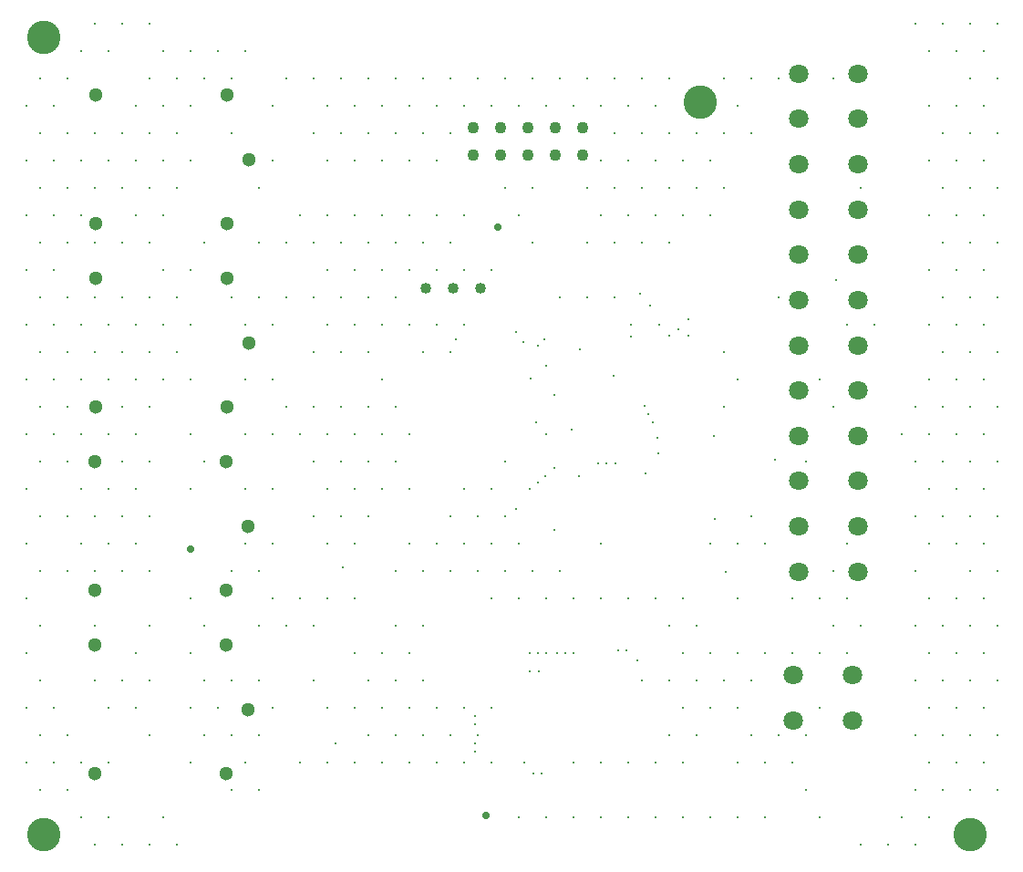
<source format=gbr>
%TF.GenerationSoftware,Altium Limited,Altium Designer,24.9.1 (31)*%
G04 Layer_Color=0*
%FSLAX45Y45*%
%MOMM*%
%TF.SameCoordinates,83ADD26A-4C95-4E02-96E4-27C39B5E4718*%
%TF.FilePolarity,Positive*%
%TF.FileFunction,Plated,1,2,PTH,Drill*%
%TF.Part,Single*%
G01*
G75*
%TA.AperFunction,ComponentDrill*%
%ADD70C,1.09000*%
%ADD71C,1.30000*%
%ADD72C,1.80000*%
%ADD73C,1.02000*%
%TA.AperFunction,ViaDrill,NotFilled*%
%ADD74C,0.30480*%
%ADD75C,0.71120*%
%ADD76C,3.10000*%
D70*
X13808000Y9960000D02*
D03*
X13553999D02*
D03*
X13300000D02*
D03*
X13046001D02*
D03*
X12792000D02*
D03*
X13808000Y10214000D02*
D03*
X13553999D02*
D03*
X13300000D02*
D03*
X13046001D02*
D03*
X12792000D02*
D03*
D71*
X10693298Y6515100D02*
D03*
X10493299Y7115099D02*
D03*
Y5915101D02*
D03*
X9273301D02*
D03*
Y7115099D02*
D03*
X10505999Y10518699D02*
D03*
Y9318701D02*
D03*
X9286001D02*
D03*
X10705998Y9918700D02*
D03*
X9286001Y10518699D02*
D03*
X9273301Y5413299D02*
D03*
Y4213301D02*
D03*
X10493299D02*
D03*
Y5413299D02*
D03*
X10693298Y4813300D02*
D03*
X9286001Y8816899D02*
D03*
Y7616901D02*
D03*
X10505999D02*
D03*
Y8816899D02*
D03*
X10705998Y8216900D02*
D03*
D72*
X16361501Y6091499D02*
D03*
X15811501D02*
D03*
Y6511498D02*
D03*
Y6931503D02*
D03*
Y7351502D02*
D03*
Y7771501D02*
D03*
Y8191500D02*
D03*
Y8611499D02*
D03*
Y9031498D02*
D03*
Y9451503D02*
D03*
Y9871502D02*
D03*
Y10291501D02*
D03*
Y10711500D02*
D03*
X16361501Y6511498D02*
D03*
Y7351502D02*
D03*
Y9031498D02*
D03*
Y10711500D02*
D03*
Y10291501D02*
D03*
Y9871502D02*
D03*
Y9451503D02*
D03*
Y8611499D02*
D03*
Y8191500D02*
D03*
Y7771501D02*
D03*
Y6931503D02*
D03*
X16306799Y5131699D02*
D03*
X15756799D02*
D03*
X16306799Y4711700D02*
D03*
X15756799D02*
D03*
D73*
X12344400Y8724900D02*
D03*
X12598400D02*
D03*
X12852400D02*
D03*
D74*
X17653000Y11176000D02*
D03*
X17525999Y10922000D02*
D03*
X17653000Y10668000D02*
D03*
X17525999Y10414000D02*
D03*
X17653000Y10160000D02*
D03*
X17525999Y9906000D02*
D03*
X17653000Y9652000D02*
D03*
X17525999Y9398000D02*
D03*
X17653000Y9144000D02*
D03*
X17525999Y8890000D02*
D03*
X17653000Y8636000D02*
D03*
X17525999Y8382000D02*
D03*
X17653000Y8128000D02*
D03*
X17525999Y7874000D02*
D03*
X17653000Y7620000D02*
D03*
X17525999Y7366000D02*
D03*
X17653000Y7112000D02*
D03*
X17525999Y6858000D02*
D03*
X17653000Y6604000D02*
D03*
X17525999Y6350000D02*
D03*
X17653000Y6096000D02*
D03*
X17525999Y5842000D02*
D03*
X17653000Y5588000D02*
D03*
X17525999Y5334000D02*
D03*
X17653000Y5080000D02*
D03*
X17525999Y4826000D02*
D03*
X17653000Y4572000D02*
D03*
X17525999Y4318000D02*
D03*
X17653000Y4064000D02*
D03*
X17399001Y11176000D02*
D03*
X17272000Y10922000D02*
D03*
X17399001Y10668000D02*
D03*
X17272000Y10414000D02*
D03*
X17399001Y10160000D02*
D03*
X17272000Y9906000D02*
D03*
X17399001Y9652000D02*
D03*
X17272000Y9398000D02*
D03*
X17399001Y9144000D02*
D03*
X17272000Y8890000D02*
D03*
X17399001Y8636000D02*
D03*
X17272000Y8382000D02*
D03*
X17399001Y8128000D02*
D03*
X17272000Y7874000D02*
D03*
X17399001Y7620000D02*
D03*
X17272000Y7366000D02*
D03*
X17399001Y7112000D02*
D03*
X17272000Y6858000D02*
D03*
X17399001Y6604000D02*
D03*
X17272000Y6350000D02*
D03*
X17399001Y6096000D02*
D03*
X17272000Y5842000D02*
D03*
X17399001Y5588000D02*
D03*
X17272000Y5334000D02*
D03*
X17399001Y5080000D02*
D03*
X17272000Y4826000D02*
D03*
X17399001Y4572000D02*
D03*
X17272000Y4318000D02*
D03*
X17399001Y4064000D02*
D03*
X17145000Y11176000D02*
D03*
X17017999Y10922000D02*
D03*
Y10414000D02*
D03*
X17145000Y10160000D02*
D03*
X17017999Y9906000D02*
D03*
X17145000Y9652000D02*
D03*
X17017999Y9398000D02*
D03*
X17145000Y9144000D02*
D03*
X17017999Y8890000D02*
D03*
X17145000Y8636000D02*
D03*
X17017999Y8382000D02*
D03*
X17145000Y8128000D02*
D03*
X17017999Y7874000D02*
D03*
X17145000Y7620000D02*
D03*
X17017999Y7366000D02*
D03*
X17145000Y7112000D02*
D03*
X17017999Y6858000D02*
D03*
X17145000Y6604000D02*
D03*
X17017999Y6350000D02*
D03*
Y5842000D02*
D03*
X17145000Y5588000D02*
D03*
X17017999Y5334000D02*
D03*
X17145000Y5080000D02*
D03*
X17017999Y4826000D02*
D03*
X17145000Y4572000D02*
D03*
X17017999Y4318000D02*
D03*
X17145000Y4064000D02*
D03*
X17017999Y3810000D02*
D03*
X16891000Y11176000D02*
D03*
Y7620000D02*
D03*
X16764000Y7366000D02*
D03*
X16891000Y7112000D02*
D03*
Y6604000D02*
D03*
Y6096000D02*
D03*
Y5588000D02*
D03*
Y5080000D02*
D03*
Y4572000D02*
D03*
Y4064000D02*
D03*
X16764000Y3810000D02*
D03*
X16891000Y3556000D02*
D03*
X16510001Y8382000D02*
D03*
X16637000Y3556000D02*
D03*
X16383000Y9652000D02*
D03*
X16256000Y8382000D02*
D03*
Y6350000D02*
D03*
Y5842000D02*
D03*
X16383000Y5588000D02*
D03*
X16256000Y5334000D02*
D03*
X16383000Y3556000D02*
D03*
X16128999Y10668000D02*
D03*
X16002000Y7874000D02*
D03*
X16128999Y7620000D02*
D03*
Y6096000D02*
D03*
X16002000Y5842000D02*
D03*
X16128999Y5588000D02*
D03*
X16002000Y5334000D02*
D03*
Y4826000D02*
D03*
Y3810000D02*
D03*
X15875000Y7112000D02*
D03*
X15748000Y5842000D02*
D03*
Y5334000D02*
D03*
X15875000Y4572000D02*
D03*
X15748000Y4318000D02*
D03*
X15875000Y4064000D02*
D03*
X15621001Y10668000D02*
D03*
Y8636000D02*
D03*
X15494000Y6350000D02*
D03*
Y5334000D02*
D03*
X15621001Y4572000D02*
D03*
X15494000Y4318000D02*
D03*
Y3810000D02*
D03*
X15367000Y10668000D02*
D03*
X15239999Y10414000D02*
D03*
X15367000Y10160000D02*
D03*
X15239999Y7874000D02*
D03*
X15367000Y6604000D02*
D03*
X15239999Y6350000D02*
D03*
Y5842000D02*
D03*
Y5334000D02*
D03*
X15367000Y5080000D02*
D03*
X15239999Y4826000D02*
D03*
X15367000Y4572000D02*
D03*
X15239999Y4318000D02*
D03*
Y3810000D02*
D03*
X15113000Y10668000D02*
D03*
Y10160000D02*
D03*
X14986000Y9906000D02*
D03*
X15113000Y9652000D02*
D03*
X14986000Y9398000D02*
D03*
X15113000Y8128000D02*
D03*
Y7620000D02*
D03*
X14986000Y6350000D02*
D03*
Y5334000D02*
D03*
X15113000Y5080000D02*
D03*
X14986000Y4826000D02*
D03*
Y3810000D02*
D03*
X14859000Y10160000D02*
D03*
X14732001Y9906000D02*
D03*
X14859000Y9652000D02*
D03*
X14732001Y9398000D02*
D03*
Y5842000D02*
D03*
X14859000Y5588000D02*
D03*
X14732001Y5334000D02*
D03*
X14859000Y5080000D02*
D03*
X14732001Y4826000D02*
D03*
X14859000Y4572000D02*
D03*
X14732001Y4318000D02*
D03*
Y3810000D02*
D03*
X14605000Y10668000D02*
D03*
X14478000Y10414000D02*
D03*
X14605000Y10160000D02*
D03*
X14478000Y9906000D02*
D03*
X14605000Y9652000D02*
D03*
X14478000Y9398000D02*
D03*
X14605000Y9144000D02*
D03*
X14478000Y5842000D02*
D03*
X14605000Y5588000D02*
D03*
Y5080000D02*
D03*
Y4572000D02*
D03*
X14478000Y4318000D02*
D03*
Y3810000D02*
D03*
X14350999Y10668000D02*
D03*
X14224001Y10414000D02*
D03*
X14350999Y10160000D02*
D03*
X14224001Y9906000D02*
D03*
X14350999Y9652000D02*
D03*
X14224001Y9398000D02*
D03*
X14350999Y9144000D02*
D03*
X14224001Y5842000D02*
D03*
X14350999Y5080000D02*
D03*
X14224001Y4318000D02*
D03*
Y3810000D02*
D03*
X14097000Y10668000D02*
D03*
X13970000Y10414000D02*
D03*
X14097000Y10160000D02*
D03*
X13970000Y9906000D02*
D03*
X14097000Y9652000D02*
D03*
X13970000Y9398000D02*
D03*
X14097000Y9144000D02*
D03*
Y8636000D02*
D03*
X13970000Y6350000D02*
D03*
Y5842000D02*
D03*
Y4318000D02*
D03*
Y3810000D02*
D03*
X13842999Y10668000D02*
D03*
X13716000Y10414000D02*
D03*
X13842999Y9652000D02*
D03*
Y9144000D02*
D03*
Y8636000D02*
D03*
X13716000Y5842000D02*
D03*
Y5334000D02*
D03*
Y4318000D02*
D03*
Y3810000D02*
D03*
X13589000Y10668000D02*
D03*
X13462000Y10414000D02*
D03*
X13589000Y8636000D02*
D03*
X13462000Y7366000D02*
D03*
X13589000Y6096000D02*
D03*
X13462000Y5842000D02*
D03*
Y5334000D02*
D03*
Y3810000D02*
D03*
X13335001Y10668000D02*
D03*
X13208000Y10414000D02*
D03*
X13335001Y9652000D02*
D03*
X13208000Y9398000D02*
D03*
X13335001Y9144000D02*
D03*
X13208000Y6350000D02*
D03*
X13335001Y6096000D02*
D03*
X13208000Y5842000D02*
D03*
Y3810000D02*
D03*
X13081000Y10668000D02*
D03*
X12953999Y10414000D02*
D03*
X13081000Y9652000D02*
D03*
X12953999Y8890000D02*
D03*
X13081000Y7112000D02*
D03*
X12953999Y6858000D02*
D03*
X13081000Y6604000D02*
D03*
X12953999Y6350000D02*
D03*
X13081000Y6096000D02*
D03*
X12953999Y5842000D02*
D03*
Y4826000D02*
D03*
Y4318000D02*
D03*
X12827000Y10668000D02*
D03*
X12700000Y10414000D02*
D03*
Y9398000D02*
D03*
Y8890000D02*
D03*
Y8382000D02*
D03*
Y6858000D02*
D03*
X12827000Y6604000D02*
D03*
X12700000Y6350000D02*
D03*
X12827000Y6096000D02*
D03*
X12700000Y4826000D02*
D03*
X12827000Y4572000D02*
D03*
X12700000Y4318000D02*
D03*
X12573000Y10668000D02*
D03*
X12446000Y10414000D02*
D03*
X12573000Y10160000D02*
D03*
X12446000Y9906000D02*
D03*
Y9398000D02*
D03*
X12573000Y9144000D02*
D03*
X12446000Y8890000D02*
D03*
Y8382000D02*
D03*
X12573000Y8128000D02*
D03*
Y6604000D02*
D03*
X12446000Y6350000D02*
D03*
X12573000Y6096000D02*
D03*
X12446000Y4826000D02*
D03*
X12573000Y4572000D02*
D03*
X12446000Y4318000D02*
D03*
X12319000Y10668000D02*
D03*
X12192000Y10414000D02*
D03*
X12319000Y10160000D02*
D03*
X12192000Y9906000D02*
D03*
Y9398000D02*
D03*
X12319000Y9144000D02*
D03*
X12192000Y8890000D02*
D03*
Y8382000D02*
D03*
X12319000Y8128000D02*
D03*
X12192000Y7366000D02*
D03*
Y6858000D02*
D03*
Y6350000D02*
D03*
X12319000Y6096000D02*
D03*
Y5588000D02*
D03*
X12192000Y5334000D02*
D03*
X12319000Y5080000D02*
D03*
X12192000Y4826000D02*
D03*
X12319000Y4572000D02*
D03*
X12192000Y4318000D02*
D03*
X12065000Y10668000D02*
D03*
X11938000Y10414000D02*
D03*
X12065000Y10160000D02*
D03*
X11938000Y9906000D02*
D03*
Y9398000D02*
D03*
X12065000Y9144000D02*
D03*
X11938000Y8890000D02*
D03*
X12065000Y8636000D02*
D03*
X11938000Y8382000D02*
D03*
Y7874000D02*
D03*
X12065000Y7620000D02*
D03*
X11938000Y7366000D02*
D03*
X12065000Y7112000D02*
D03*
X11938000Y6858000D02*
D03*
X12065000Y6096000D02*
D03*
Y5588000D02*
D03*
X11938000Y5334000D02*
D03*
X12065000Y5080000D02*
D03*
X11938000Y4826000D02*
D03*
X12065000Y4572000D02*
D03*
X11938000Y4318000D02*
D03*
X11811000Y10668000D02*
D03*
X11684000Y10414000D02*
D03*
X11811000Y10160000D02*
D03*
X11684000Y9906000D02*
D03*
Y9398000D02*
D03*
X11811000Y9144000D02*
D03*
X11684000Y8890000D02*
D03*
X11811000Y8636000D02*
D03*
X11684000Y8382000D02*
D03*
X11811000Y8128000D02*
D03*
Y7620000D02*
D03*
X11684000Y7366000D02*
D03*
X11811000Y7112000D02*
D03*
X11684000Y6858000D02*
D03*
X11811000Y6604000D02*
D03*
X11684000Y6350000D02*
D03*
Y5842000D02*
D03*
Y5334000D02*
D03*
X11811000Y5080000D02*
D03*
X11684000Y4826000D02*
D03*
X11811000Y4572000D02*
D03*
X11684000Y4318000D02*
D03*
X11557000Y10668000D02*
D03*
X11430000Y10414000D02*
D03*
X11557000Y10160000D02*
D03*
X11430000Y9906000D02*
D03*
Y9398000D02*
D03*
X11557000Y9144000D02*
D03*
X11430000Y8890000D02*
D03*
X11557000Y8636000D02*
D03*
X11430000Y8382000D02*
D03*
X11557000Y8128000D02*
D03*
Y7620000D02*
D03*
X11430000Y7366000D02*
D03*
X11557000Y7112000D02*
D03*
X11430000Y6858000D02*
D03*
X11557000Y6604000D02*
D03*
X11430000Y6350000D02*
D03*
Y5842000D02*
D03*
Y4826000D02*
D03*
Y4318000D02*
D03*
X11303000Y10668000D02*
D03*
Y10160000D02*
D03*
X11176000Y9398000D02*
D03*
X11303000Y9144000D02*
D03*
Y8636000D02*
D03*
Y8128000D02*
D03*
Y7620000D02*
D03*
X11176000Y7366000D02*
D03*
X11303000Y7112000D02*
D03*
Y6604000D02*
D03*
X11176000Y5842000D02*
D03*
X11303000Y5588000D02*
D03*
Y5080000D02*
D03*
X11176000Y4318000D02*
D03*
X11049000Y10668000D02*
D03*
X10922000Y10414000D02*
D03*
Y9906000D02*
D03*
X11049000Y9144000D02*
D03*
Y8636000D02*
D03*
X10922000Y8382000D02*
D03*
Y7874000D02*
D03*
X11049000Y7620000D02*
D03*
X10922000Y7366000D02*
D03*
Y6858000D02*
D03*
Y6350000D02*
D03*
Y5842000D02*
D03*
X11049000Y5588000D02*
D03*
X10922000Y4826000D02*
D03*
X10668000Y10922000D02*
D03*
X10795000Y9652000D02*
D03*
Y9144000D02*
D03*
Y8636000D02*
D03*
X10668000Y8382000D02*
D03*
Y7874000D02*
D03*
Y7366000D02*
D03*
Y6858000D02*
D03*
Y6350000D02*
D03*
X10795000Y6096000D02*
D03*
Y5588000D02*
D03*
Y5080000D02*
D03*
Y4572000D02*
D03*
X10668000Y4318000D02*
D03*
X10795000Y4064000D02*
D03*
X10414000Y10922000D02*
D03*
X10541000Y10668000D02*
D03*
Y10160000D02*
D03*
Y8636000D02*
D03*
Y6096000D02*
D03*
Y5080000D02*
D03*
X10414000Y4826000D02*
D03*
X10541000Y4572000D02*
D03*
Y4064000D02*
D03*
X10160000Y10922000D02*
D03*
X10287000Y10668000D02*
D03*
X10160000Y10414000D02*
D03*
Y9906000D02*
D03*
X10287000Y9144000D02*
D03*
X10160000Y8890000D02*
D03*
Y8382000D02*
D03*
Y7874000D02*
D03*
Y7366000D02*
D03*
X10287000Y7112000D02*
D03*
X10160000Y6858000D02*
D03*
Y5842000D02*
D03*
X10287000Y5588000D02*
D03*
X10160000Y5334000D02*
D03*
X10287000Y5080000D02*
D03*
X10160000Y4826000D02*
D03*
X10287000Y4572000D02*
D03*
X10160000Y4318000D02*
D03*
X9906000Y10922000D02*
D03*
X10033000Y10668000D02*
D03*
X9906000Y10414000D02*
D03*
X10033000Y10160000D02*
D03*
X9906000Y9906000D02*
D03*
X10033000Y9652000D02*
D03*
X9906000Y9398000D02*
D03*
Y8890000D02*
D03*
X10033000Y8636000D02*
D03*
X9906000Y8382000D02*
D03*
X10033000Y8128000D02*
D03*
X9906000Y7874000D02*
D03*
Y3810000D02*
D03*
X10033000Y3556000D02*
D03*
X9779000Y11176000D02*
D03*
Y10668000D02*
D03*
X9652000Y10414000D02*
D03*
X9779000Y10160000D02*
D03*
X9652000Y9906000D02*
D03*
X9779000Y9652000D02*
D03*
X9652000Y9398000D02*
D03*
X9779000Y9144000D02*
D03*
Y8636000D02*
D03*
X9652000Y8382000D02*
D03*
X9779000Y8128000D02*
D03*
X9652000Y7874000D02*
D03*
X9779000Y7620000D02*
D03*
X9652000Y7366000D02*
D03*
X9779000Y7112000D02*
D03*
X9652000Y6858000D02*
D03*
X9779000Y6604000D02*
D03*
X9652000Y6350000D02*
D03*
X9779000Y6096000D02*
D03*
Y5588000D02*
D03*
X9652000Y5334000D02*
D03*
X9779000Y5080000D02*
D03*
X9652000Y4826000D02*
D03*
X9779000Y4572000D02*
D03*
Y3556000D02*
D03*
X9525000Y11176000D02*
D03*
X9398000Y10922000D02*
D03*
X9525000Y10160000D02*
D03*
X9398000Y9906000D02*
D03*
X9525000Y9652000D02*
D03*
Y9144000D02*
D03*
Y8636000D02*
D03*
X9398000Y8382000D02*
D03*
X9525000Y8128000D02*
D03*
X9398000Y7874000D02*
D03*
X9525000Y7620000D02*
D03*
X9398000Y7366000D02*
D03*
X9525000Y7112000D02*
D03*
X9398000Y6858000D02*
D03*
X9525000Y6604000D02*
D03*
X9398000Y6350000D02*
D03*
X9525000Y6096000D02*
D03*
Y5080000D02*
D03*
X9398000Y4826000D02*
D03*
Y4318000D02*
D03*
Y3810000D02*
D03*
X9525000Y3556000D02*
D03*
X9271000Y11176000D02*
D03*
X9144000Y10922000D02*
D03*
X9271000Y10160000D02*
D03*
X9144000Y9906000D02*
D03*
X9271000Y9652000D02*
D03*
X9144000Y9398000D02*
D03*
X9271000Y9144000D02*
D03*
Y8636000D02*
D03*
X9144000Y8382000D02*
D03*
X9271000Y8128000D02*
D03*
X9144000Y7874000D02*
D03*
Y7366000D02*
D03*
Y6858000D02*
D03*
X9271000Y6604000D02*
D03*
X9144000Y6350000D02*
D03*
X9271000Y6096000D02*
D03*
Y5588000D02*
D03*
Y5080000D02*
D03*
X9144000Y4318000D02*
D03*
Y3810000D02*
D03*
X9271000Y3556000D02*
D03*
X9017000Y10668000D02*
D03*
X8890000Y10414000D02*
D03*
X9017000Y10160000D02*
D03*
X8890000Y9906000D02*
D03*
X9017000Y9652000D02*
D03*
X8890000Y9398000D02*
D03*
X9017000Y9144000D02*
D03*
X8890000Y8890000D02*
D03*
X9017000Y8636000D02*
D03*
X8890000Y8382000D02*
D03*
X9017000Y8128000D02*
D03*
X8890000Y7874000D02*
D03*
X9017000Y7620000D02*
D03*
X8890000Y7366000D02*
D03*
X9017000Y7112000D02*
D03*
Y6604000D02*
D03*
Y6096000D02*
D03*
X8890000Y4826000D02*
D03*
X9017000Y4572000D02*
D03*
X8890000Y4318000D02*
D03*
X9017000Y4064000D02*
D03*
X8763000Y10668000D02*
D03*
X8636000Y10414000D02*
D03*
X8763000Y10160000D02*
D03*
X8636000Y9906000D02*
D03*
X8763000Y9652000D02*
D03*
X8636000Y9398000D02*
D03*
X8763000Y9144000D02*
D03*
X8636000Y8890000D02*
D03*
X8763000Y8636000D02*
D03*
X8636000Y8382000D02*
D03*
X8763000Y8128000D02*
D03*
X8636000Y7874000D02*
D03*
X8763000Y7620000D02*
D03*
X8636000Y7366000D02*
D03*
X8763000Y7112000D02*
D03*
X8636000Y6858000D02*
D03*
X8763000Y6604000D02*
D03*
X8636000Y6350000D02*
D03*
X8763000Y6096000D02*
D03*
X8636000Y5842000D02*
D03*
X8763000Y5588000D02*
D03*
X8636000Y5334000D02*
D03*
X8763000Y5080000D02*
D03*
X8636000Y4826000D02*
D03*
X8763000Y4572000D02*
D03*
X8636000Y4318000D02*
D03*
X8763000Y4064000D02*
D03*
X14089999Y7910000D02*
D03*
X13470000Y8000000D02*
D03*
X12630000Y8250000D02*
D03*
X13389999Y8190000D02*
D03*
X13448077Y8243904D02*
D03*
X13251180Y8220000D02*
D03*
X13539999Y6480000D02*
D03*
Y7050000D02*
D03*
X13320000Y7880000D02*
D03*
X13780000Y8150000D02*
D03*
X13700000Y7410000D02*
D03*
X14500000Y7330000D02*
D03*
X13370000Y7480000D02*
D03*
X14430000Y8560000D02*
D03*
X14339389Y8669825D02*
D03*
X14249400Y8382000D02*
D03*
Y8270240D02*
D03*
X14516100Y8382000D02*
D03*
X13539999Y7730000D02*
D03*
X14605000Y8280400D02*
D03*
X15030000Y6580000D02*
D03*
X14510001Y7190000D02*
D03*
X15130000Y6090000D02*
D03*
X14389999Y7000000D02*
D03*
X15020000Y7350000D02*
D03*
X16160001Y8800000D02*
D03*
X15589999Y7130000D02*
D03*
X11580000Y6130000D02*
D03*
X11510000Y4500000D02*
D03*
X13460001Y6980000D02*
D03*
X13770000D02*
D03*
X13189999Y6670000D02*
D03*
X13310001Y6860000D02*
D03*
X14109700Y7099300D02*
D03*
X13944600D02*
D03*
X14020799D02*
D03*
X13385800Y6921500D02*
D03*
X14693900Y8343900D02*
D03*
X14782800Y8432800D02*
D03*
Y8280400D02*
D03*
X14414500Y7556500D02*
D03*
X14452600Y7480300D02*
D03*
X14376401Y7632700D02*
D03*
X13423900Y4216400D02*
D03*
X13347701D02*
D03*
X13258800Y4318000D02*
D03*
X12801601Y4419600D02*
D03*
Y4495800D02*
D03*
Y4673600D02*
D03*
Y4749800D02*
D03*
X13182600Y8318500D02*
D03*
X14312900Y5270500D02*
D03*
X14135100Y5359400D02*
D03*
X14211301D02*
D03*
X13639799Y5334000D02*
D03*
X13563600D02*
D03*
X13385800D02*
D03*
X13309599D02*
D03*
X13398500Y5168900D02*
D03*
X13309599D02*
D03*
D75*
X13020000Y9290000D02*
D03*
X12910001Y3830000D02*
D03*
X10160000Y6300000D02*
D03*
D76*
X17400000Y3650000D02*
D03*
X8800000D02*
D03*
Y11050000D02*
D03*
X14900000Y10450000D02*
D03*
%TF.MD5,2c584e8c08ec419a2cdf35f8d511827a*%
M02*

</source>
